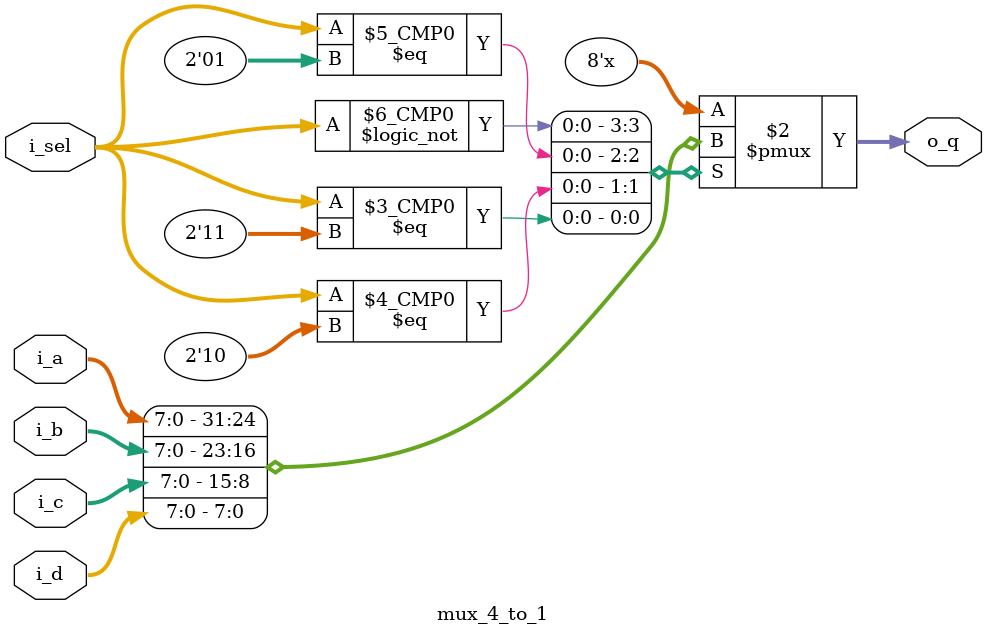
<source format=v>
`timescale 1ns / 1ps
module mux_4_to_1(
	 input [1:0] i_sel,
	 input [7:0] i_a,
	 input [7:0] i_b,
	 input [7:0] i_c,
	 input [7:0] i_d,
	 output reg [7:0] o_q
    );
	 
	 always @(*) begin
		o_q <= 8'h00;
		case (i_sel)
			2'b00	:	o_q <= i_a;
			2'b01	:	o_q <= i_b;
			2'b10	:	o_q <= i_c;
			2'b11	:	o_q <= i_d;
		endcase
	 end

endmodule

</source>
